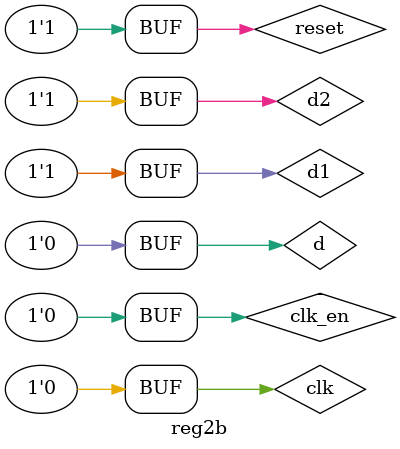
<source format=v>
`timescale 1ns / 1ps
`timescale 1ns / 1ps
module reg2b();
	// Inputs
	reg d1    ;
	reg d2    ;
	reg clk   ;
	reg clk_en;
	reg reset ;


	// Outputs
	wire q1,q2;

	// Instantiate the Unit Under Test (UUT)
	ff ff1 (
		.clk   (clk   ),
		.clk_en(clk_en),
		.rst_n (rst_n ),
		.d3    (d1    ), // data line
		
		.q     (q1     )
	);

	// Instantiate the Unit Under Test (UUT)
	ff ff2 (
		.clk   (clk   ),
		.clk_en(clk_en),
		.rst_n (rst_n ),
		.d3    (d2    ), // data line
		
		.q     (q2    )
	);

	initial begin
		$dumpfile("2bd.vcd");
		$dumpvars(0,d1,d2,clk,q1,q2);
	end

	initial begin
		$display("d1\td2\tclk\tq1\tq2\n"); //Setup Table Headers

		// Initialize Inputs
		d1 = 1;
		d2 = 1;
		clk = 0;
		clk_en = 1;
		reset = 1;
		// 	time delay	changes
		#20			clk = 1;
		#10			clk = 0;
		//not floating; clocked into q
		#20			d = 0;
		#10		 	clk = 1;
		#10	 		clk = 0;
		#20 		d = 1;
		#10		 	clk = 1;
		#10	 		clk = 0;
		#20			d = 0;
		#10		 	clk = 1;
		#10	 		clk = 0;

		$display("clk_en stuff");
		#20			clk_en = 0;
					d = 1;
		#10		 	clk = 1;
		#10	 		clk = 0;
		#20			d = 0;
		#10		 	clk = 1;
		#10	 		clk = 0;

		#40;

	end

	initial begin
		$monitor("%d\t%d\t%d\t%d \n",d1,d2,clk,q1,q2);
	end

endmodule
</source>
